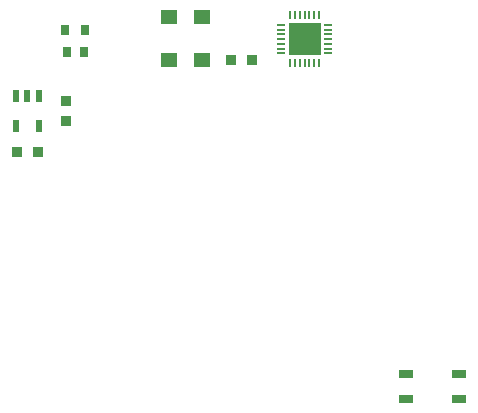
<source format=gtp>
G04*
G04 #@! TF.GenerationSoftware,Altium Limited,Altium Designer,22.0.2 (36)*
G04*
G04 Layer_Color=8421504*
%FSLAX25Y25*%
%MOIN*%
G70*
G04*
G04 #@! TF.SameCoordinates,A8AB103B-E7CB-45E0-896D-D1B8D88E5F6C*
G04*
G04*
G04 #@! TF.FilePolarity,Positive*
G04*
G01*
G75*
%ADD17R,0.03800X0.03500*%
%ADD18R,0.05000X0.02756*%
%ADD19R,0.05512X0.05118*%
%ADD20R,0.02165X0.03937*%
%ADD21R,0.03150X0.03347*%
%ADD22R,0.03500X0.03800*%
%ADD23O,0.00860X0.02800*%
%ADD24O,0.02800X0.00860*%
%ADD25R,0.10630X0.10630*%
D17*
X323600Y349500D02*
D03*
X330500D02*
D03*
X395000Y380000D02*
D03*
X401900D02*
D03*
D18*
X453283Y267036D02*
D03*
X471000Y267035D02*
D03*
X471000Y275500D02*
D03*
X453283Y275500D02*
D03*
D19*
X374220Y394328D02*
D03*
X385244D02*
D03*
X374220Y380126D02*
D03*
X385244Y380126D02*
D03*
D20*
X330740Y368118D02*
D03*
X327000D02*
D03*
X323260D02*
D03*
X323260Y357882D02*
D03*
X330740Y357882D02*
D03*
D21*
X340126Y382800D02*
D03*
X345874D02*
D03*
X346274Y390000D02*
D03*
X339726D02*
D03*
D22*
X340000Y359600D02*
D03*
Y366500D02*
D03*
D23*
X424130Y394910D02*
D03*
X424130Y379090D02*
D03*
X422560D02*
D03*
Y394910D02*
D03*
X420980Y379090D02*
D03*
Y394910D02*
D03*
X419410Y379090D02*
D03*
X419410Y394910D02*
D03*
X417830Y379090D02*
D03*
Y394910D02*
D03*
X416260Y379090D02*
D03*
Y394910D02*
D03*
X414690Y379090D02*
D03*
X414690Y394910D02*
D03*
D24*
X427320Y382280D02*
D03*
Y383850D02*
D03*
Y385430D02*
D03*
Y387000D02*
D03*
Y388580D02*
D03*
Y390150D02*
D03*
Y391720D02*
D03*
X411500D02*
D03*
X411500Y390150D02*
D03*
X411500Y388580D02*
D03*
X411500Y387000D02*
D03*
X411500Y385430D02*
D03*
X411500Y383850D02*
D03*
X411500Y382280D02*
D03*
D25*
X419410Y387000D02*
D03*
M02*

</source>
